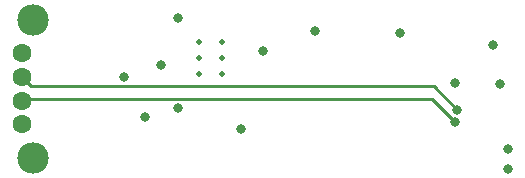
<source format=gbr>
%TF.GenerationSoftware,KiCad,Pcbnew,6.0.2+dfsg-1*%
%TF.CreationDate,2023-01-31T13:28:27-05:00*%
%TF.ProjectId,qwiic-interface,71776969-632d-4696-9e74-657266616365,1.0*%
%TF.SameCoordinates,Original*%
%TF.FileFunction,Copper,L3,Inr*%
%TF.FilePolarity,Positive*%
%FSLAX46Y46*%
G04 Gerber Fmt 4.6, Leading zero omitted, Abs format (unit mm)*
G04 Created by KiCad (PCBNEW 6.0.2+dfsg-1) date 2023-01-31 13:28:27*
%MOMM*%
%LPD*%
G01*
G04 APERTURE LIST*
%TA.AperFunction,ComponentPad*%
%ADD10C,0.500000*%
%TD*%
%TA.AperFunction,ComponentPad*%
%ADD11C,1.600200*%
%TD*%
%TA.AperFunction,ComponentPad*%
%ADD12C,2.667000*%
%TD*%
%TA.AperFunction,ViaPad*%
%ADD13C,0.800000*%
%TD*%
%TA.AperFunction,Conductor*%
%ADD14C,0.250000*%
%TD*%
G04 APERTURE END LIST*
D10*
%TO.N,GND*%
%TO.C,U1*%
X133150000Y-66750000D03*
X131250000Y-64050000D03*
X131250000Y-65400000D03*
X133150000Y-65400000D03*
X133150000Y-64050000D03*
X131250000Y-66750000D03*
%TD*%
D11*
%TO.N,+BATT*%
%TO.C,J1*%
X116222800Y-65010001D03*
%TO.N,SDA*%
X116222800Y-67010000D03*
%TO.N,SCL*%
X116222800Y-69010001D03*
%TO.N,GND*%
X116222800Y-71009999D03*
D12*
%TO.N,N/C*%
X117122801Y-62159999D03*
X117122801Y-73860001D03*
%TD*%
D13*
%TO.N,GND*%
X152900000Y-67500000D03*
X156100000Y-64300000D03*
X157400000Y-74800000D03*
X126600000Y-70400000D03*
X124900000Y-67000000D03*
X134800000Y-71400000D03*
%TO.N,Net-(C2-Pad1)*%
X128000000Y-66000000D03*
X129400000Y-69600000D03*
%TO.N,Net-(C3-Pad1)*%
X136600000Y-64800000D03*
%TO.N,+3V3*%
X156700000Y-67600000D03*
X148200000Y-63300000D03*
X157400000Y-73100000D03*
%TO.N,SDA*%
X153097540Y-69782782D03*
%TO.N,SCL*%
X152900000Y-70800000D03*
%TO.N,Net-(R3-Pad1)*%
X129400000Y-62000000D03*
%TO.N,Net-(R5-Pad2)*%
X141000000Y-63100000D03*
%TD*%
D14*
%TO.N,SDA*%
X116222800Y-67010000D02*
X117022900Y-67810100D01*
X117022900Y-67810100D02*
X151124858Y-67810100D01*
X151124858Y-67810100D02*
X153097540Y-69782782D01*
%TO.N,SCL*%
X116357312Y-68875489D02*
X150975489Y-68875489D01*
X116222800Y-69010001D02*
X116357312Y-68875489D01*
X150975489Y-68875489D02*
X152900000Y-70800000D01*
%TD*%
M02*

</source>
